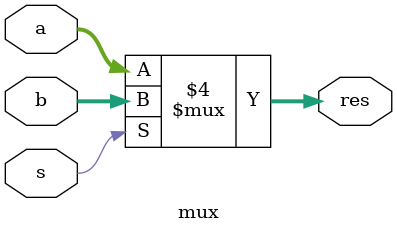
<source format=v>
module mux(input [31:0] a,b,input s,output reg[31:0] res);

always @(a or b or s)begin 

	res = 0;
	if (s == 0)
		res = a;
	else
	    res = b;
end

endmodule
		
</source>
